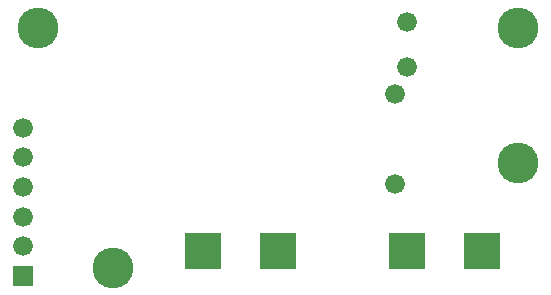
<source format=gbr>
%FSLAX23Y23*%
%MOIN*%
G04 EasyPC Gerber Version 16.0.6 Build 3249 *
%ADD71R,0.06600X0.06600*%
%ADD123R,0.12411X0.12411*%
%ADD70C,0.06600*%
%ADD122C,0.06600*%
%ADD125C,0.13600*%
X0Y0D02*
D02*
D70*
X53Y286D03*
Y385D03*
Y483D03*
Y582D03*
Y680D03*
D02*
D71*
Y188D03*
D02*
D122*
X1293Y495D03*
Y795D03*
X1333Y885D03*
Y1035D03*
D02*
D123*
X652Y271D03*
X902D03*
X1332D03*
X1582D03*
D02*
D125*
X103Y1015D03*
X353Y215D03*
X1703Y565D03*
Y1015D03*
X0Y0D02*
M02*

</source>
